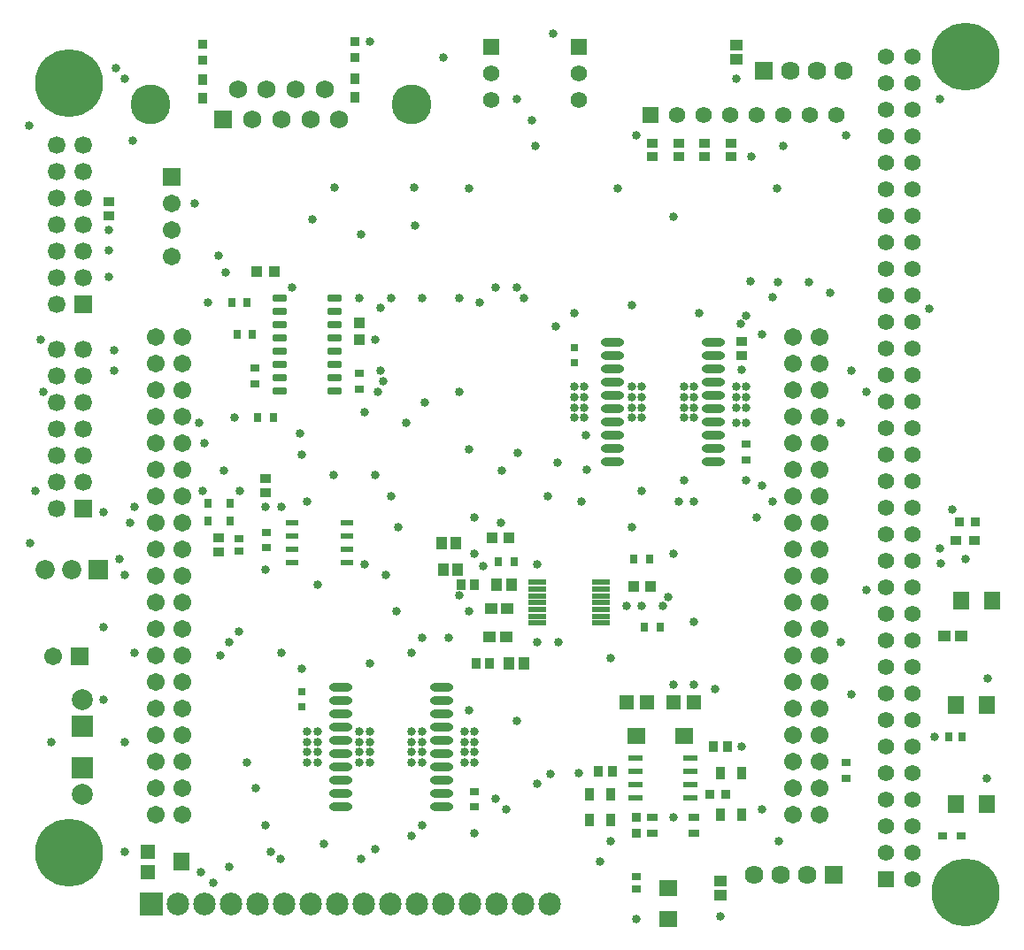
<source format=gbr>
%TF.GenerationSoftware,Altium Limited,Altium Designer,23.1.1 (15)*%
G04 Layer_Color=16711935*
%FSLAX45Y45*%
%MOMM*%
%TF.SameCoordinates,94CA0F20-7CEF-4758-9589-D945348769B5*%
%TF.FilePolarity,Negative*%
%TF.FileFunction,Soldermask,Bot*%
%TF.Part,Single*%
G01*
G75*
%TA.AperFunction,ComponentPad*%
%ADD29R,1.84000X1.84000*%
%ADD30C,1.84000*%
%ADD31R,1.57000X1.57000*%
%ADD32C,1.57000*%
%ADD37R,1.57000X1.57000*%
%TA.AperFunction,SMDPad,CuDef*%
%ADD61R,0.90000X0.80000*%
%ADD63R,0.70000X0.70000*%
%ADD64R,0.80000X0.90000*%
%ADD66R,0.80000X0.90000*%
%ADD72R,1.30000X0.60000*%
%ADD73R,0.86213X0.66370*%
%ADD75R,1.00000X0.90000*%
%ADD78R,1.13504X1.06213*%
%ADD79R,1.25776X1.01213*%
%ADD82R,1.00000X0.75000*%
%ADD84R,0.90000X0.75000*%
%ADD86R,1.15814X1.01213*%
%ADD87R,0.66370X0.86213*%
%ADD88R,0.90000X0.80000*%
%ADD90R,1.40000X0.60000*%
%ADD91R,0.90000X1.00000*%
%ADD92R,1.06213X1.13504*%
%ADD93R,0.95620X1.20620*%
%TA.AperFunction,ComponentPad*%
%ADD103R,1.71500X1.71500*%
%ADD104C,1.71500*%
%ADD105C,1.74000*%
%ADD106R,1.74000X1.74000*%
%ADD107C,3.82000*%
%ADD108R,1.69000X1.69000*%
%ADD109C,1.69000*%
%ADD110R,2.16500X2.16500*%
%ADD111C,2.16500*%
%ADD112C,1.79000*%
%ADD113R,1.79000X1.79000*%
%ADD114R,1.71500X1.71500*%
%ADD115C,1.56500*%
%ADD116R,1.56500X1.56500*%
%ADD117R,2.01500X2.01500*%
%ADD118C,2.01500*%
%ADD119C,1.71000*%
%TA.AperFunction,WasherPad*%
%ADD120C,6.49000*%
%TA.AperFunction,ViaPad*%
%ADD121C,0.84000*%
%TA.AperFunction,SMDPad,CuDef*%
G04:AMPARAMS|DCode=122|XSize=0.69mm|YSize=1.39mm|CornerRadius=0.1195mm|HoleSize=0mm|Usage=FLASHONLY|Rotation=270.000|XOffset=0mm|YOffset=0mm|HoleType=Round|Shape=RoundedRectangle|*
%AMROUNDEDRECTD122*
21,1,0.69000,1.15100,0,0,270.0*
21,1,0.45100,1.39000,0,0,270.0*
1,1,0.23900,-0.57550,-0.22550*
1,1,0.23900,-0.57550,0.22550*
1,1,0.23900,0.57550,0.22550*
1,1,0.23900,0.57550,-0.22550*
%
%ADD122ROUNDEDRECTD122*%
%ADD123R,1.09000X0.94000*%
%ADD124R,1.04000X1.19000*%
G04:AMPARAMS|DCode=125|XSize=0.57mm|YSize=1.72mm|CornerRadius=0.1095mm|HoleSize=0mm|Usage=FLASHONLY|Rotation=270.000|XOffset=0mm|YOffset=0mm|HoleType=Round|Shape=RoundedRectangle|*
%AMROUNDEDRECTD125*
21,1,0.57000,1.50100,0,0,270.0*
21,1,0.35100,1.72000,0,0,270.0*
1,1,0.21900,-0.75050,-0.17550*
1,1,0.21900,-0.75050,0.17550*
1,1,0.21900,0.75050,0.17550*
1,1,0.21900,0.75050,-0.17550*
%
%ADD125ROUNDEDRECTD125*%
%ADD126R,1.34000X1.34000*%
%ADD127R,1.64000X1.74000*%
%ADD128O,2.24000X0.79000*%
%ADD129R,1.74000X1.54000*%
%ADD130R,0.94000X0.94000*%
%ADD131R,0.94000X1.09000*%
%ADD132R,1.34000X1.34000*%
%ADD133R,1.74000X1.64000*%
%ADD134R,1.19000X1.04000*%
%ADD135R,1.54000X1.74000*%
%ADD136R,0.94000X0.94000*%
D29*
X-8800000Y3600000D02*
D03*
D30*
X-9054000D02*
D03*
X-9308000D02*
D03*
D31*
X-4200000Y8604000D02*
D03*
X-5042500D02*
D03*
D32*
X-4200000Y8350000D02*
D03*
Y8096000D02*
D03*
X-5042500Y8350000D02*
D03*
Y8096000D02*
D03*
X-1738000Y7950000D02*
D03*
X-1992000D02*
D03*
X-2246000D02*
D03*
X-2500000D02*
D03*
X-2754000D02*
D03*
X-3008000D02*
D03*
X-3262000D02*
D03*
D37*
X-3516000D02*
D03*
D61*
X-7300000Y5525000D02*
D03*
Y5375000D02*
D03*
X-1650000Y1750000D02*
D03*
Y1600000D02*
D03*
X-7196123Y3805633D02*
D03*
Y3955633D02*
D03*
X-6300000Y5475000D02*
D03*
Y5325000D02*
D03*
X-2600000Y4800000D02*
D03*
Y4650000D02*
D03*
X-5200000Y1475000D02*
D03*
Y1325000D02*
D03*
D63*
X-4250000Y5580000D02*
D03*
Y5720000D02*
D03*
X-6850000Y2287422D02*
D03*
Y2427422D02*
D03*
D64*
X-7325000Y5850000D02*
D03*
X-7475000D02*
D03*
X-7525000Y6150000D02*
D03*
X-7375000D02*
D03*
X-7275000Y5050000D02*
D03*
X-7125000D02*
D03*
X-3425000Y3050000D02*
D03*
X-3575000D02*
D03*
X-3675000Y3700000D02*
D03*
X-3525000D02*
D03*
X-4823441Y3672039D02*
D03*
X-4973441D02*
D03*
D66*
X-7750000Y4235000D02*
D03*
Y4065000D02*
D03*
X-7543632Y4064064D02*
D03*
Y4234064D02*
D03*
D72*
X-6950000Y3669000D02*
D03*
Y3796000D02*
D03*
Y3923000D02*
D03*
Y4050000D02*
D03*
X-6420000D02*
D03*
Y3923000D02*
D03*
Y3796000D02*
D03*
Y3669000D02*
D03*
D73*
X-3650000Y662939D02*
D03*
Y537061D02*
D03*
D75*
X-596275Y3880708D02*
D03*
X-416275D02*
D03*
D78*
X-3519291Y3433233D02*
D03*
X-3682369D02*
D03*
X-5031539Y3900000D02*
D03*
X-4868461D02*
D03*
X-7281539Y6450000D02*
D03*
X-7118461D02*
D03*
D79*
X-4900000Y2950000D02*
D03*
X-5055437D02*
D03*
X-4890387Y3220977D02*
D03*
X-5045824D02*
D03*
D82*
X-3500000Y1225000D02*
D03*
Y1075000D02*
D03*
X-3100000Y1225000D02*
D03*
Y1075000D02*
D03*
D84*
X-7453452Y3774073D02*
D03*
Y3894072D02*
D03*
D86*
X-547769Y2958760D02*
D03*
X-708168D02*
D03*
D87*
X-537061Y2000000D02*
D03*
X-662939D02*
D03*
D88*
X-550364Y1052417D02*
D03*
X-720364D02*
D03*
D90*
X-3135000Y1409500D02*
D03*
Y1536500D02*
D03*
Y1663500D02*
D03*
Y1790500D02*
D03*
X-3665000D02*
D03*
Y1663500D02*
D03*
Y1536500D02*
D03*
Y1409500D02*
D03*
D91*
X-6350000Y8120000D02*
D03*
Y8300000D02*
D03*
X-7800000Y8110000D02*
D03*
Y8290000D02*
D03*
D92*
X-6300000Y5800000D02*
D03*
Y5963079D02*
D03*
D93*
X-2645000Y1650000D02*
D03*
X-2850000D02*
D03*
X-2647500Y1250000D02*
D03*
X-2852500D02*
D03*
X-4102500Y1200000D02*
D03*
X-3897500D02*
D03*
X-4102500Y1450000D02*
D03*
X-3897500D02*
D03*
D103*
X-8100000Y7354000D02*
D03*
D104*
Y7100000D02*
D03*
Y6846000D02*
D03*
Y6592000D02*
D03*
X-9236711Y2763476D02*
D03*
D105*
X-7465500Y8192000D02*
D03*
X-7188500D02*
D03*
X-6911500D02*
D03*
X-6634500D02*
D03*
X-7327000Y7908000D02*
D03*
X-7050000D02*
D03*
X-6773000D02*
D03*
X-6496000D02*
D03*
D106*
X-7604000D02*
D03*
D107*
X-5800000Y8050000D02*
D03*
X-8300000D02*
D03*
D108*
X-8946000Y6138000D02*
D03*
Y4184000D02*
D03*
D109*
Y6392000D02*
D03*
Y6646000D02*
D03*
Y6900000D02*
D03*
Y7154000D02*
D03*
Y7408000D02*
D03*
Y7662000D02*
D03*
X-9200000Y6138000D02*
D03*
Y6392000D02*
D03*
Y6646000D02*
D03*
Y6900000D02*
D03*
Y7154000D02*
D03*
Y7408000D02*
D03*
Y7662000D02*
D03*
X-8946000Y4438000D02*
D03*
Y4692000D02*
D03*
Y4946000D02*
D03*
Y5200000D02*
D03*
Y5454000D02*
D03*
Y5708000D02*
D03*
X-9200000Y4184000D02*
D03*
Y4438000D02*
D03*
Y4692000D02*
D03*
Y4946000D02*
D03*
Y5200000D02*
D03*
Y5454000D02*
D03*
Y5708000D02*
D03*
D110*
X-8290000Y400000D02*
D03*
D111*
X-8036000D02*
D03*
X-7782000D02*
D03*
X-7528000D02*
D03*
X-7274000D02*
D03*
X-7020000D02*
D03*
X-6766000D02*
D03*
X-6512000D02*
D03*
X-6258000D02*
D03*
X-6004000D02*
D03*
X-5750000D02*
D03*
X-5496000D02*
D03*
X-5242000D02*
D03*
X-4988000D02*
D03*
X-4734000D02*
D03*
X-4480000D02*
D03*
D112*
X-1669000Y8373000D02*
D03*
X-1923000D02*
D03*
X-2177000D02*
D03*
X-2023000Y677000D02*
D03*
X-2277000D02*
D03*
X-2531000D02*
D03*
D113*
X-2431000Y8373000D02*
D03*
X-1769000Y677000D02*
D03*
D114*
X-8982711Y2763476D02*
D03*
D115*
X-1016000Y8509000D02*
D03*
Y8255000D02*
D03*
Y8001000D02*
D03*
Y7747000D02*
D03*
Y7493000D02*
D03*
Y7239000D02*
D03*
Y6985000D02*
D03*
Y6731000D02*
D03*
Y6477000D02*
D03*
Y6223000D02*
D03*
Y5969000D02*
D03*
Y5715000D02*
D03*
Y5461000D02*
D03*
Y5207000D02*
D03*
Y4953000D02*
D03*
Y4699000D02*
D03*
Y4445000D02*
D03*
Y4191000D02*
D03*
Y3937000D02*
D03*
Y3683000D02*
D03*
Y3429000D02*
D03*
Y3175000D02*
D03*
Y2921000D02*
D03*
Y2667000D02*
D03*
Y2413000D02*
D03*
Y2159000D02*
D03*
Y1905000D02*
D03*
Y1651000D02*
D03*
Y1397000D02*
D03*
Y1143000D02*
D03*
Y889000D02*
D03*
Y635000D02*
D03*
X-1270000Y8509000D02*
D03*
Y8255000D02*
D03*
Y8001000D02*
D03*
Y7747000D02*
D03*
Y7493000D02*
D03*
Y7239000D02*
D03*
Y6985000D02*
D03*
Y6731000D02*
D03*
Y6477000D02*
D03*
Y6223000D02*
D03*
Y5969000D02*
D03*
Y5715000D02*
D03*
Y5461000D02*
D03*
Y5207000D02*
D03*
Y4953000D02*
D03*
Y4699000D02*
D03*
Y4445000D02*
D03*
Y4191000D02*
D03*
Y3937000D02*
D03*
Y3683000D02*
D03*
Y3429000D02*
D03*
Y3175000D02*
D03*
Y2921000D02*
D03*
Y2667000D02*
D03*
Y2413000D02*
D03*
Y2159000D02*
D03*
Y1905000D02*
D03*
Y1651000D02*
D03*
Y1397000D02*
D03*
Y1143000D02*
D03*
Y889000D02*
D03*
D116*
Y635000D02*
D03*
D117*
X-8950000Y1704000D02*
D03*
Y2100000D02*
D03*
D118*
Y1450000D02*
D03*
Y2354000D02*
D03*
D119*
X-1900000Y1250000D02*
D03*
X-2154000D02*
D03*
X-1900000Y1504000D02*
D03*
X-2154000D02*
D03*
X-1900000Y1758000D02*
D03*
X-2154000D02*
D03*
X-1900000Y2012000D02*
D03*
X-2154000D02*
D03*
X-1900000Y2266000D02*
D03*
X-2154000D02*
D03*
X-1900000Y2520000D02*
D03*
X-2154000D02*
D03*
X-1900000Y2774000D02*
D03*
X-2154000D02*
D03*
X-1900000Y3028000D02*
D03*
X-2154000D02*
D03*
X-1900000Y3282000D02*
D03*
X-2154000D02*
D03*
X-1900000Y3536000D02*
D03*
X-2154000D02*
D03*
X-1900000Y3790000D02*
D03*
X-2154000D02*
D03*
X-1900000Y4044000D02*
D03*
X-2154000D02*
D03*
X-1900000Y4298000D02*
D03*
X-2154000D02*
D03*
X-1900000Y4552000D02*
D03*
X-2154000D02*
D03*
X-1900000Y4806000D02*
D03*
X-2154000D02*
D03*
X-1900000Y5060000D02*
D03*
X-2154000D02*
D03*
X-1900000Y5314000D02*
D03*
X-2154000D02*
D03*
X-1900000Y5568000D02*
D03*
X-2154000D02*
D03*
X-1900000Y5822000D02*
D03*
X-2154000D02*
D03*
X-7996000Y1250000D02*
D03*
X-8250000D02*
D03*
X-7996000Y1504000D02*
D03*
X-8250000D02*
D03*
X-7996000Y1758000D02*
D03*
X-8250000D02*
D03*
X-7996000Y2012000D02*
D03*
X-8250000D02*
D03*
X-7996000Y2266000D02*
D03*
X-8250000D02*
D03*
X-7996000Y2520000D02*
D03*
X-8250000D02*
D03*
X-7996000Y2774000D02*
D03*
X-8250000D02*
D03*
X-7996000Y3028000D02*
D03*
X-8250000D02*
D03*
X-7996000Y3282000D02*
D03*
X-8250000D02*
D03*
X-7996000Y3536000D02*
D03*
X-8250000D02*
D03*
X-7996000Y3790000D02*
D03*
X-8250000D02*
D03*
X-7996000Y4044000D02*
D03*
X-8250000D02*
D03*
X-7996000Y4298000D02*
D03*
X-8250000D02*
D03*
X-7996000Y4552000D02*
D03*
X-8250000D02*
D03*
X-7996000Y4806000D02*
D03*
X-8250000D02*
D03*
X-7996000Y5060000D02*
D03*
X-8250000D02*
D03*
X-7996000Y5314000D02*
D03*
X-8250000D02*
D03*
X-7996000Y5568000D02*
D03*
X-8250000D02*
D03*
X-7996000Y5822000D02*
D03*
X-8250000D02*
D03*
D120*
X-508000Y8509000D02*
D03*
Y508000D02*
D03*
X-9081000Y889000D02*
D03*
Y8255000D02*
D03*
D121*
X-7877391Y7102164D02*
D03*
X-7584636Y6443702D02*
D03*
X-3300000Y3750000D02*
D03*
X-3750000Y3250000D02*
D03*
X-3400000D02*
D03*
X-5250000Y3200000D02*
D03*
X-3350830Y3333233D02*
D03*
X-3600000Y3250000D02*
D03*
X-1700000Y2900000D02*
D03*
X-2450000Y1300000D02*
D03*
X-741148Y3656747D02*
D03*
X-500000Y3700000D02*
D03*
X-6000293Y6200000D02*
D03*
X-6000000Y4300000D02*
D03*
X-5929159Y4006949D02*
D03*
X-7450000Y4350000D02*
D03*
X-7200000Y4200000D02*
D03*
X-7823100Y700000D02*
D03*
X-5200000Y3750000D02*
D03*
X-5116666Y3630509D02*
D03*
X-4950000Y4050000D02*
D03*
X-5200000Y4100000D02*
D03*
X-4938119Y4541406D02*
D03*
X-5350000Y3350000D02*
D03*
X-5770174Y6894406D02*
D03*
X-6287506Y6809009D02*
D03*
X-6539823Y7251735D02*
D03*
X-5776195D02*
D03*
X-5250000Y7250000D02*
D03*
X-8550000Y900000D02*
D03*
X-9250000Y1950000D02*
D03*
X-8750000Y3050000D02*
D03*
X-4471080Y1640351D02*
D03*
X-3299769Y6973096D02*
D03*
X-3831000Y7250000D02*
D03*
X-2307000D02*
D03*
X-5676900Y5200000D02*
D03*
X-5701690Y2948310D02*
D03*
X-4622735Y7650000D02*
D03*
X-4727774Y6200000D02*
D03*
X-2250000Y7650000D02*
D03*
X-2550000Y7550000D02*
D03*
X-4425735Y5925734D02*
D03*
X-4650000Y7900000D02*
D03*
X-2563805Y6357659D02*
D03*
X-4800000Y6300000D02*
D03*
X-3700000Y6126900D02*
D03*
X-6750000Y6950000D02*
D03*
X-5350000Y6200000D02*
D03*
X-6950800Y6299600D02*
D03*
X-6300000Y6200000D02*
D03*
X-6100000Y6100000D02*
D03*
X-5150000Y6150000D02*
D03*
X-5700000Y6200000D02*
D03*
X-633596Y4174906D02*
D03*
X-294968Y2558500D02*
D03*
X-300000Y1600000D02*
D03*
X-800000Y2000000D02*
D03*
X-846978Y6094225D02*
D03*
X-1450000Y5300000D02*
D03*
X-8633808Y8400000D02*
D03*
X-9465540Y7846722D02*
D03*
X-4450000Y8726100D02*
D03*
X-9349253Y5800000D02*
D03*
X-9400000Y4350000D02*
D03*
X-9326900Y5300000D02*
D03*
X-2700000Y8300000D02*
D03*
X-8550000D02*
D03*
X-9450000Y3850000D02*
D03*
X-8473100Y7700000D02*
D03*
X-7832436Y5000000D02*
D03*
X-7781636Y4809237D02*
D03*
X-7600000Y4541406D02*
D03*
X-4404925Y4624943D02*
D03*
X-4791919Y4713843D02*
D03*
X-4250000Y5050000D02*
D03*
Y5150000D02*
D03*
Y5250000D02*
D03*
Y5350000D02*
D03*
X-3100000Y5050000D02*
D03*
Y5150000D02*
D03*
X-3200000Y5050000D02*
D03*
Y4450000D02*
D03*
X-4126900Y4550000D02*
D03*
X-2600000Y4450000D02*
D03*
X-4500000Y4300000D02*
D03*
X-3250000Y4250000D02*
D03*
X-3100000Y3100000D02*
D03*
X-6050000Y3550000D02*
D03*
X-7800000Y4350000D02*
D03*
X-8700000Y6650000D02*
D03*
X-8750000Y4150000D02*
D03*
X-8500000Y4050000D02*
D03*
X-8450000Y2800000D02*
D03*
X-750000Y8100000D02*
D03*
Y3800000D02*
D03*
X-1450000Y3400000D02*
D03*
X-4400000Y2900000D02*
D03*
X-3100000Y2500000D02*
D03*
X-3300000D02*
D03*
X-4600000Y3650000D02*
D03*
X-4177700Y4250000D02*
D03*
X-7050000Y4200000D02*
D03*
X-7650000Y6599900D02*
D03*
X-8700000Y6850000D02*
D03*
X-6550000Y4500000D02*
D03*
X-6700000Y3450000D02*
D03*
X-7050000Y2800000D02*
D03*
X-7200000Y1150000D02*
D03*
X-7292742Y1508096D02*
D03*
X-7378141Y1753971D02*
D03*
X-7453815Y3001373D02*
D03*
X-7629574Y2771910D02*
D03*
X-7702674Y600000D02*
D03*
X-7550000Y2900000D02*
D03*
Y750000D02*
D03*
X-6124700Y5300000D02*
D03*
X-6073900Y5400000D02*
D03*
X-5444311Y2946275D02*
D03*
X-5800000Y2800000D02*
D03*
X-2291181Y997000D02*
D03*
X-2500000Y4100000D02*
D03*
X-3700000Y4000000D02*
D03*
X-5948311Y3198310D02*
D03*
X-7056151Y826900D02*
D03*
X-6287138Y827669D02*
D03*
X-6638860Y971936D02*
D03*
X-7150000Y900000D02*
D03*
X-6700000Y1750000D02*
D03*
X-5800000Y1050000D02*
D03*
X-5700000Y1150000D02*
D03*
X-5851710Y5001656D02*
D03*
X-4800000Y2150000D02*
D03*
X-8550000Y3550000D02*
D03*
X-8596800Y3700000D02*
D03*
X-8750000Y2350000D02*
D03*
X-5000000Y6300000D02*
D03*
X-5250000Y4750000D02*
D03*
X-5500000Y8500000D02*
D03*
X-4800000Y8100000D02*
D03*
X-4135968Y4888136D02*
D03*
X-6200000Y8650000D02*
D03*
X-3600000Y5150000D02*
D03*
Y5050000D02*
D03*
X-3700000Y5250000D02*
D03*
Y5150000D02*
D03*
Y5050000D02*
D03*
X-3600000Y5350000D02*
D03*
X-3700000D02*
D03*
X-3600000Y5250000D02*
D03*
X-5350000Y5300000D02*
D03*
X-8700000Y6400000D02*
D03*
X-8649200Y5700000D02*
D03*
Y5500000D02*
D03*
X-8550000Y1950000D02*
D03*
X-4600000Y2900000D02*
D03*
Y1550000D02*
D03*
X-6800000Y1750000D02*
D03*
X-5800000D02*
D03*
X-2700000Y5003800D02*
D03*
X-2606746D02*
D03*
X-2700000Y5150000D02*
D03*
X-2600000D02*
D03*
X-6100000Y5500000D02*
D03*
X-6150000Y4500000D02*
D03*
X-2450000Y4400000D02*
D03*
X-1650000Y7750000D02*
D03*
X-1600000Y5500000D02*
D03*
X-1700000Y5000000D02*
D03*
X-3650000Y7750000D02*
D03*
X-8450000Y4200000D02*
D03*
X-2651625Y5947475D02*
D03*
X-2600000Y6027700D02*
D03*
X-2350000Y6208500D02*
D03*
X-2300000Y6351990D02*
D03*
X-3050000Y6050000D02*
D03*
X-4250000D02*
D03*
X-2000000Y6350000D02*
D03*
X-1800000Y6250000D02*
D03*
X-2350000Y4250000D02*
D03*
X-3100000D02*
D03*
X-2450000Y5850000D02*
D03*
X-3600000Y4350000D02*
D03*
X-2850000Y280000D02*
D03*
X-1600000Y2400000D02*
D03*
X-2900000Y2450000D02*
D03*
X-3900000Y2750000D02*
D03*
X-3897500Y1000000D02*
D03*
X-4000000Y800000D02*
D03*
X-3650000Y250000D02*
D03*
X-4900000Y1300000D02*
D03*
X-5250000Y2250000D02*
D03*
X-5000000Y1400000D02*
D03*
X-6850000Y2650000D02*
D03*
X-6200000Y2700000D02*
D03*
X-6250000Y3650000D02*
D03*
X-6150000Y923100D02*
D03*
X-6873100Y4900000D02*
D03*
X-6850000Y4700000D02*
D03*
X-6250000Y5100000D02*
D03*
X-6800000Y4250000D02*
D03*
X-7750000Y6150000D02*
D03*
X-6150000Y5800000D02*
D03*
X-7500000Y5050000D02*
D03*
X-7200000Y3600000D02*
D03*
X-5200000Y1075000D02*
D03*
X-2647834Y5514003D02*
D03*
X-2600000Y5350000D02*
D03*
Y5250000D02*
D03*
X-2700000D02*
D03*
Y5350000D02*
D03*
X-3200000D02*
D03*
Y5250000D02*
D03*
Y5150000D02*
D03*
X-3100000Y5250000D02*
D03*
Y5350000D02*
D03*
X-4150000Y5050000D02*
D03*
Y5150000D02*
D03*
Y5250000D02*
D03*
Y5350000D02*
D03*
X-6800000Y1850000D02*
D03*
Y1950000D02*
D03*
Y2050000D02*
D03*
X-6700000D02*
D03*
Y1950000D02*
D03*
Y1850000D02*
D03*
X-6200000Y1750000D02*
D03*
Y1850000D02*
D03*
Y1950000D02*
D03*
Y2050000D02*
D03*
X-6300000D02*
D03*
Y1950000D02*
D03*
Y1850000D02*
D03*
Y1750000D02*
D03*
X-5800000Y2050000D02*
D03*
Y1950000D02*
D03*
Y1850000D02*
D03*
X-5700000Y2050000D02*
D03*
Y1950000D02*
D03*
Y1850000D02*
D03*
Y1750000D02*
D03*
X-5300000Y2050000D02*
D03*
X-5200000D02*
D03*
X-5300000Y1950000D02*
D03*
X-5200000D02*
D03*
X-5300000Y1850000D02*
D03*
X-5200000D02*
D03*
X-5300000Y1750000D02*
D03*
X-5200000D02*
D03*
X-4200000Y1650000D02*
D03*
X-3300000Y1225000D02*
D03*
X-2650000Y1900000D02*
D03*
D122*
X-7062500Y5305500D02*
D03*
Y5432500D02*
D03*
Y5559500D02*
D03*
Y5686500D02*
D03*
Y5813500D02*
D03*
Y5940500D02*
D03*
Y6067500D02*
D03*
Y6194500D02*
D03*
X-6537500Y5305500D02*
D03*
Y5432500D02*
D03*
Y5559500D02*
D03*
Y5686500D02*
D03*
Y5813500D02*
D03*
Y5940500D02*
D03*
Y6067500D02*
D03*
Y6194500D02*
D03*
D123*
X-2750000Y7550000D02*
D03*
Y7675000D02*
D03*
X-3000000Y7550000D02*
D03*
Y7675000D02*
D03*
X-3250000Y7550000D02*
D03*
Y7675000D02*
D03*
X-3500000Y7550000D02*
D03*
Y7675000D02*
D03*
X-8700000Y7115000D02*
D03*
Y6985000D02*
D03*
X-2650000Y5650000D02*
D03*
Y5780000D02*
D03*
X-7650000Y3770000D02*
D03*
Y3900000D02*
D03*
X-7200000Y4465000D02*
D03*
Y4335000D02*
D03*
D124*
X-4990000Y3450000D02*
D03*
X-4850000D02*
D03*
X-4870000Y2700000D02*
D03*
X-4730000D02*
D03*
X-5380000Y3850000D02*
D03*
X-5520000D02*
D03*
X-5360000Y3600000D02*
D03*
X-5500000D02*
D03*
D125*
X-3990000Y3085000D02*
D03*
Y3475000D02*
D03*
Y3410000D02*
D03*
Y3345000D02*
D03*
Y3280000D02*
D03*
Y3215000D02*
D03*
Y3150000D02*
D03*
X-4600000Y3475000D02*
D03*
Y3410000D02*
D03*
Y3345000D02*
D03*
Y3280000D02*
D03*
Y3215000D02*
D03*
Y3150000D02*
D03*
Y3085000D02*
D03*
D126*
X-8330000Y900000D02*
D03*
Y700000D02*
D03*
D127*
X-8005000Y800000D02*
D03*
D128*
X-5515000Y2471501D02*
D03*
Y2344501D02*
D03*
Y2217501D02*
D03*
Y2090501D02*
D03*
Y1963501D02*
D03*
Y1836501D02*
D03*
Y1709501D02*
D03*
Y1582501D02*
D03*
Y1455501D02*
D03*
Y1328501D02*
D03*
X-6485000Y2471501D02*
D03*
Y2344501D02*
D03*
Y2217501D02*
D03*
Y2090501D02*
D03*
Y1963501D02*
D03*
Y1836501D02*
D03*
Y1709501D02*
D03*
Y1582501D02*
D03*
Y1455501D02*
D03*
Y1328501D02*
D03*
X-2915000Y5771500D02*
D03*
Y5644500D02*
D03*
Y5517500D02*
D03*
Y5390500D02*
D03*
Y5263500D02*
D03*
Y5136500D02*
D03*
Y5009500D02*
D03*
Y4882500D02*
D03*
Y4755500D02*
D03*
Y4628500D02*
D03*
X-3885000Y5771500D02*
D03*
Y5644500D02*
D03*
Y5517500D02*
D03*
Y5390500D02*
D03*
Y5263500D02*
D03*
Y5136500D02*
D03*
Y5009500D02*
D03*
Y4882500D02*
D03*
Y4755500D02*
D03*
Y4628500D02*
D03*
D129*
X-3350000Y550000D02*
D03*
Y250000D02*
D03*
D130*
X-563978Y4050065D02*
D03*
X-413977D02*
D03*
X-2800000Y1450000D02*
D03*
X-2950000D02*
D03*
D131*
X-5330000Y3450000D02*
D03*
X-5200000D02*
D03*
X-5187252Y2699105D02*
D03*
X-5057252D02*
D03*
X-2915000Y1900000D02*
D03*
X-2785000D02*
D03*
X-4016252Y1670453D02*
D03*
X-3886252D02*
D03*
D132*
X-3750000Y2330000D02*
D03*
X-3550000D02*
D03*
X-3300000D02*
D03*
X-3100000D02*
D03*
D133*
X-3650000Y2005000D02*
D03*
X-3200000D02*
D03*
D134*
X-2700000Y8480000D02*
D03*
Y8620000D02*
D03*
X-2850000Y480000D02*
D03*
Y620000D02*
D03*
D135*
X-600000Y1350000D02*
D03*
X-300000D02*
D03*
X-600000Y2300000D02*
D03*
X-300000D02*
D03*
X-550000Y3300000D02*
D03*
X-250000D02*
D03*
D136*
X-3649992Y1075008D02*
D03*
Y1225008D02*
D03*
X-7800008Y8624992D02*
D03*
Y8474992D02*
D03*
X-6350000Y8650000D02*
D03*
Y8500000D02*
D03*
%TF.MD5,a054f58e37571b475ea2f043a8c00206*%
M02*

</source>
